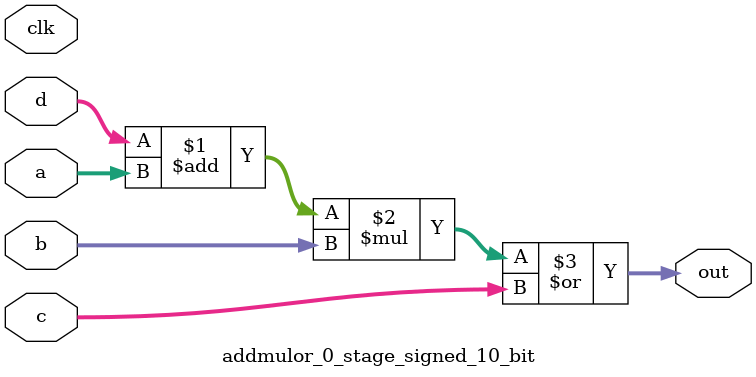
<source format=sv>
(* use_dsp = "yes" *) module addmulor_0_stage_signed_10_bit(
	input signed [9:0] a,
	input signed [9:0] b,
	input signed [9:0] c,
	input signed [9:0] d,
	output [9:0] out,
	input clk);

	assign out = ((d + a) * b) | c;
endmodule

</source>
